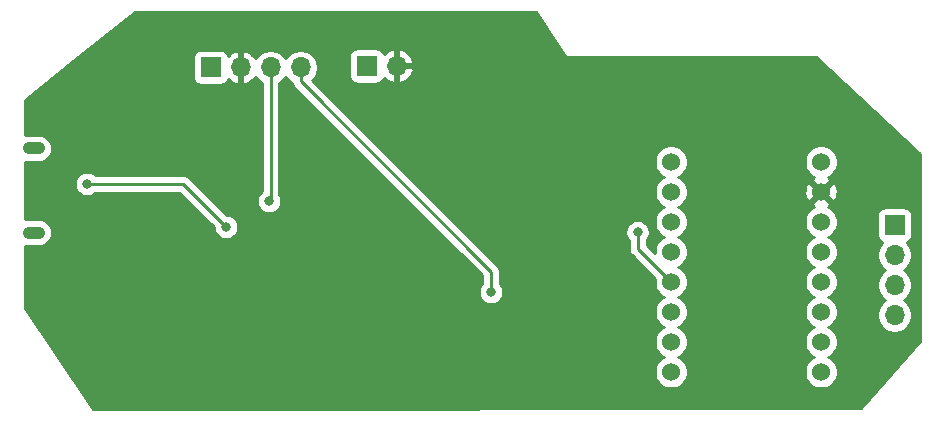
<source format=gbr>
G04 #@! TF.GenerationSoftware,KiCad,Pcbnew,(5.1.5)-3*
G04 #@! TF.CreationDate,2021-01-22T17:28:22+08:00*
G04 #@! TF.ProjectId,Pump_Driver,50756d70-5f44-4726-9976-65722e6b6963,rev?*
G04 #@! TF.SameCoordinates,Original*
G04 #@! TF.FileFunction,Copper,L2,Bot*
G04 #@! TF.FilePolarity,Positive*
%FSLAX46Y46*%
G04 Gerber Fmt 4.6, Leading zero omitted, Abs format (unit mm)*
G04 Created by KiCad (PCBNEW (5.1.5)-3) date 2021-01-22 17:28:22*
%MOMM*%
%LPD*%
G04 APERTURE LIST*
%ADD10O,1.900000X1.050000*%
%ADD11C,1.524000*%
%ADD12R,1.700000X1.700000*%
%ADD13O,1.700000X1.700000*%
%ADD14C,0.800000*%
%ADD15C,0.250000*%
%ADD16C,0.254000*%
G04 APERTURE END LIST*
D10*
X73931000Y-107969000D03*
X73931000Y-100819000D03*
D11*
X127889000Y-101981000D03*
X127889000Y-104521000D03*
X127889000Y-107061000D03*
X127889000Y-109601000D03*
X127889000Y-112141000D03*
X127889000Y-114681000D03*
X127889000Y-117221000D03*
X127889000Y-119761000D03*
X140589000Y-119761000D03*
X140589000Y-117221000D03*
X140589000Y-114681000D03*
X140589000Y-112141000D03*
X140589000Y-109601000D03*
X140589000Y-107061000D03*
X140589000Y-104521000D03*
X140589000Y-101981000D03*
D12*
X102108000Y-93853000D03*
D13*
X104648000Y-93853000D03*
D12*
X146812000Y-107315000D03*
D13*
X146812000Y-109855000D03*
X146812000Y-112395000D03*
X146812000Y-114935000D03*
X96520000Y-93980000D03*
X93980000Y-93980000D03*
X91440000Y-93980000D03*
D12*
X88900000Y-93980000D03*
D14*
X91114500Y-108932300D03*
X94706500Y-119193000D03*
X113662000Y-96714600D03*
X77713400Y-106432200D03*
X78968500Y-111562000D03*
X106209000Y-115573000D03*
X112332500Y-103456500D03*
X142027500Y-97473000D03*
X133938500Y-97473000D03*
X120560500Y-101093000D03*
X118167500Y-109226500D03*
X98323900Y-100383100D03*
X114248000Y-118347500D03*
X92741500Y-110089500D03*
X117602000Y-117729000D03*
X112642100Y-112996600D03*
X78442500Y-103836400D03*
X90228300Y-107477700D03*
X125064400Y-107921300D03*
X93861600Y-105288600D03*
D15*
X96520000Y-93980000D02*
X96520000Y-95155300D01*
X96520000Y-95155300D02*
X112642100Y-111277400D01*
X112642100Y-111277400D02*
X112642100Y-112996600D01*
X90228300Y-107477700D02*
X86587000Y-103836400D01*
X86587000Y-103836400D02*
X78442500Y-103836400D01*
X125064400Y-107921300D02*
X125064400Y-109316400D01*
X125064400Y-109316400D02*
X127889000Y-112141000D01*
X93980000Y-95155300D02*
X93980000Y-105288600D01*
X93980000Y-105288600D02*
X93861600Y-105288600D01*
X93980000Y-93980000D02*
X93980000Y-95155300D01*
D16*
G36*
X118892282Y-93032850D02*
G01*
X118907765Y-93052347D01*
X118926754Y-93068448D01*
X118948519Y-93080536D01*
X118972224Y-93088145D01*
X118999000Y-93091000D01*
X140158128Y-93091000D01*
X148971000Y-101274381D01*
X148971000Y-117172715D01*
X143960870Y-122809111D01*
X78934879Y-122935867D01*
X73230000Y-114378548D01*
X73230000Y-109097472D01*
X73278600Y-109112215D01*
X73449021Y-109129000D01*
X74412979Y-109129000D01*
X74583400Y-109112215D01*
X74802060Y-109045885D01*
X75003579Y-108938171D01*
X75180212Y-108793212D01*
X75325171Y-108616579D01*
X75432885Y-108415060D01*
X75499215Y-108196400D01*
X75521612Y-107969000D01*
X75499215Y-107741600D01*
X75432885Y-107522940D01*
X75325171Y-107321421D01*
X75180212Y-107144788D01*
X75003579Y-106999829D01*
X74802060Y-106892115D01*
X74583400Y-106825785D01*
X74412979Y-106809000D01*
X73449021Y-106809000D01*
X73278600Y-106825785D01*
X73230000Y-106840528D01*
X73230000Y-103734461D01*
X77407500Y-103734461D01*
X77407500Y-103938339D01*
X77447274Y-104138298D01*
X77525295Y-104326656D01*
X77638563Y-104496174D01*
X77782726Y-104640337D01*
X77952244Y-104753605D01*
X78140602Y-104831626D01*
X78340561Y-104871400D01*
X78544439Y-104871400D01*
X78744398Y-104831626D01*
X78932756Y-104753605D01*
X79102274Y-104640337D01*
X79146211Y-104596400D01*
X86272199Y-104596400D01*
X89193300Y-107517502D01*
X89193300Y-107579639D01*
X89233074Y-107779598D01*
X89311095Y-107967956D01*
X89424363Y-108137474D01*
X89568526Y-108281637D01*
X89738044Y-108394905D01*
X89926402Y-108472926D01*
X90126361Y-108512700D01*
X90330239Y-108512700D01*
X90530198Y-108472926D01*
X90718556Y-108394905D01*
X90888074Y-108281637D01*
X91032237Y-108137474D01*
X91145505Y-107967956D01*
X91223526Y-107779598D01*
X91263300Y-107579639D01*
X91263300Y-107375761D01*
X91223526Y-107175802D01*
X91145505Y-106987444D01*
X91032237Y-106817926D01*
X90888074Y-106673763D01*
X90718556Y-106560495D01*
X90530198Y-106482474D01*
X90330239Y-106442700D01*
X90268102Y-106442700D01*
X87150804Y-103325403D01*
X87127001Y-103296399D01*
X87011276Y-103201426D01*
X86879247Y-103130854D01*
X86735986Y-103087397D01*
X86624333Y-103076400D01*
X86624322Y-103076400D01*
X86587000Y-103072724D01*
X86549678Y-103076400D01*
X79146211Y-103076400D01*
X79102274Y-103032463D01*
X78932756Y-102919195D01*
X78744398Y-102841174D01*
X78544439Y-102801400D01*
X78340561Y-102801400D01*
X78140602Y-102841174D01*
X77952244Y-102919195D01*
X77782726Y-103032463D01*
X77638563Y-103176626D01*
X77525295Y-103346144D01*
X77447274Y-103534502D01*
X77407500Y-103734461D01*
X73230000Y-103734461D01*
X73230000Y-101947472D01*
X73278600Y-101962215D01*
X73449021Y-101979000D01*
X74412979Y-101979000D01*
X74583400Y-101962215D01*
X74802060Y-101895885D01*
X75003579Y-101788171D01*
X75180212Y-101643212D01*
X75325171Y-101466579D01*
X75432885Y-101265060D01*
X75499215Y-101046400D01*
X75521612Y-100819000D01*
X75499215Y-100591600D01*
X75432885Y-100372940D01*
X75325171Y-100171421D01*
X75180212Y-99994788D01*
X75003579Y-99849829D01*
X74802060Y-99742115D01*
X74583400Y-99675785D01*
X74412979Y-99659000D01*
X73449021Y-99659000D01*
X73278600Y-99675785D01*
X73230000Y-99690528D01*
X73230000Y-96717944D01*
X77672216Y-93130000D01*
X87411928Y-93130000D01*
X87411928Y-94830000D01*
X87424188Y-94954482D01*
X87460498Y-95074180D01*
X87519463Y-95184494D01*
X87598815Y-95281185D01*
X87695506Y-95360537D01*
X87805820Y-95419502D01*
X87925518Y-95455812D01*
X88050000Y-95468072D01*
X89750000Y-95468072D01*
X89874482Y-95455812D01*
X89994180Y-95419502D01*
X90104494Y-95360537D01*
X90201185Y-95281185D01*
X90280537Y-95184494D01*
X90339502Y-95074180D01*
X90363966Y-94993534D01*
X90439731Y-95077588D01*
X90673080Y-95251641D01*
X90935901Y-95376825D01*
X91083110Y-95421476D01*
X91313000Y-95300155D01*
X91313000Y-94107000D01*
X91293000Y-94107000D01*
X91293000Y-93853000D01*
X91313000Y-93853000D01*
X91313000Y-92659845D01*
X91567000Y-92659845D01*
X91567000Y-93853000D01*
X91587000Y-93853000D01*
X91587000Y-94107000D01*
X91567000Y-94107000D01*
X91567000Y-95300155D01*
X91796890Y-95421476D01*
X91944099Y-95376825D01*
X92206920Y-95251641D01*
X92440269Y-95077588D01*
X92635178Y-94861355D01*
X92704805Y-94744466D01*
X92826525Y-94926632D01*
X93033368Y-95133475D01*
X93220000Y-95258178D01*
X93220001Y-104472519D01*
X93201826Y-104484663D01*
X93057663Y-104628826D01*
X92944395Y-104798344D01*
X92866374Y-104986702D01*
X92826600Y-105186661D01*
X92826600Y-105390539D01*
X92866374Y-105590498D01*
X92944395Y-105778856D01*
X93057663Y-105948374D01*
X93201826Y-106092537D01*
X93371344Y-106205805D01*
X93559702Y-106283826D01*
X93759661Y-106323600D01*
X93963539Y-106323600D01*
X94163498Y-106283826D01*
X94351856Y-106205805D01*
X94521374Y-106092537D01*
X94665537Y-105948374D01*
X94778805Y-105778856D01*
X94856826Y-105590498D01*
X94896600Y-105390539D01*
X94896600Y-105186661D01*
X94856826Y-104986702D01*
X94778805Y-104798344D01*
X94740000Y-104740268D01*
X94740000Y-95258178D01*
X94926632Y-95133475D01*
X95133475Y-94926632D01*
X95250000Y-94752240D01*
X95366525Y-94926632D01*
X95573368Y-95133475D01*
X95766912Y-95262797D01*
X95770998Y-95304285D01*
X95814454Y-95447546D01*
X95885026Y-95579576D01*
X95956201Y-95666302D01*
X95980000Y-95695301D01*
X96008998Y-95719099D01*
X111882100Y-111592203D01*
X111882101Y-112292888D01*
X111838163Y-112336826D01*
X111724895Y-112506344D01*
X111646874Y-112694702D01*
X111607100Y-112894661D01*
X111607100Y-113098539D01*
X111646874Y-113298498D01*
X111724895Y-113486856D01*
X111838163Y-113656374D01*
X111982326Y-113800537D01*
X112151844Y-113913805D01*
X112340202Y-113991826D01*
X112540161Y-114031600D01*
X112744039Y-114031600D01*
X112943998Y-113991826D01*
X113132356Y-113913805D01*
X113301874Y-113800537D01*
X113446037Y-113656374D01*
X113559305Y-113486856D01*
X113637326Y-113298498D01*
X113677100Y-113098539D01*
X113677100Y-112894661D01*
X113637326Y-112694702D01*
X113559305Y-112506344D01*
X113446037Y-112336826D01*
X113402100Y-112292889D01*
X113402100Y-111314722D01*
X113405776Y-111277399D01*
X113402100Y-111240076D01*
X113402100Y-111240067D01*
X113391103Y-111128414D01*
X113347646Y-110985153D01*
X113277074Y-110853124D01*
X113234816Y-110801632D01*
X113205899Y-110766396D01*
X113205895Y-110766392D01*
X113182101Y-110737399D01*
X113153110Y-110713607D01*
X110258864Y-107819361D01*
X124029400Y-107819361D01*
X124029400Y-108023239D01*
X124069174Y-108223198D01*
X124147195Y-108411556D01*
X124260463Y-108581074D01*
X124304401Y-108625012D01*
X124304401Y-109279068D01*
X124300724Y-109316400D01*
X124315398Y-109465385D01*
X124358854Y-109608646D01*
X124429426Y-109740676D01*
X124500601Y-109827402D01*
X124524400Y-109856401D01*
X124553398Y-109880199D01*
X126522628Y-111849430D01*
X126492000Y-112003408D01*
X126492000Y-112278592D01*
X126545686Y-112548490D01*
X126650995Y-112802727D01*
X126803880Y-113031535D01*
X126998465Y-113226120D01*
X127227273Y-113379005D01*
X127304515Y-113411000D01*
X127227273Y-113442995D01*
X126998465Y-113595880D01*
X126803880Y-113790465D01*
X126650995Y-114019273D01*
X126545686Y-114273510D01*
X126492000Y-114543408D01*
X126492000Y-114818592D01*
X126545686Y-115088490D01*
X126650995Y-115342727D01*
X126803880Y-115571535D01*
X126998465Y-115766120D01*
X127227273Y-115919005D01*
X127304515Y-115951000D01*
X127227273Y-115982995D01*
X126998465Y-116135880D01*
X126803880Y-116330465D01*
X126650995Y-116559273D01*
X126545686Y-116813510D01*
X126492000Y-117083408D01*
X126492000Y-117358592D01*
X126545686Y-117628490D01*
X126650995Y-117882727D01*
X126803880Y-118111535D01*
X126998465Y-118306120D01*
X127227273Y-118459005D01*
X127304515Y-118491000D01*
X127227273Y-118522995D01*
X126998465Y-118675880D01*
X126803880Y-118870465D01*
X126650995Y-119099273D01*
X126545686Y-119353510D01*
X126492000Y-119623408D01*
X126492000Y-119898592D01*
X126545686Y-120168490D01*
X126650995Y-120422727D01*
X126803880Y-120651535D01*
X126998465Y-120846120D01*
X127227273Y-120999005D01*
X127481510Y-121104314D01*
X127751408Y-121158000D01*
X128026592Y-121158000D01*
X128296490Y-121104314D01*
X128550727Y-120999005D01*
X128779535Y-120846120D01*
X128974120Y-120651535D01*
X129127005Y-120422727D01*
X129232314Y-120168490D01*
X129286000Y-119898592D01*
X129286000Y-119623408D01*
X129232314Y-119353510D01*
X129127005Y-119099273D01*
X128974120Y-118870465D01*
X128779535Y-118675880D01*
X128550727Y-118522995D01*
X128473485Y-118491000D01*
X128550727Y-118459005D01*
X128779535Y-118306120D01*
X128974120Y-118111535D01*
X129127005Y-117882727D01*
X129232314Y-117628490D01*
X129286000Y-117358592D01*
X129286000Y-117083408D01*
X129232314Y-116813510D01*
X129127005Y-116559273D01*
X128974120Y-116330465D01*
X128779535Y-116135880D01*
X128550727Y-115982995D01*
X128473485Y-115951000D01*
X128550727Y-115919005D01*
X128779535Y-115766120D01*
X128974120Y-115571535D01*
X129127005Y-115342727D01*
X129232314Y-115088490D01*
X129286000Y-114818592D01*
X129286000Y-114543408D01*
X129232314Y-114273510D01*
X129127005Y-114019273D01*
X128974120Y-113790465D01*
X128779535Y-113595880D01*
X128550727Y-113442995D01*
X128473485Y-113411000D01*
X128550727Y-113379005D01*
X128779535Y-113226120D01*
X128974120Y-113031535D01*
X129127005Y-112802727D01*
X129232314Y-112548490D01*
X129286000Y-112278592D01*
X129286000Y-112003408D01*
X129232314Y-111733510D01*
X129127005Y-111479273D01*
X128974120Y-111250465D01*
X128779535Y-111055880D01*
X128550727Y-110902995D01*
X128473485Y-110871000D01*
X128550727Y-110839005D01*
X128779535Y-110686120D01*
X128974120Y-110491535D01*
X129127005Y-110262727D01*
X129232314Y-110008490D01*
X129286000Y-109738592D01*
X129286000Y-109463408D01*
X129232314Y-109193510D01*
X129127005Y-108939273D01*
X128974120Y-108710465D01*
X128779535Y-108515880D01*
X128550727Y-108362995D01*
X128473485Y-108331000D01*
X128550727Y-108299005D01*
X128779535Y-108146120D01*
X128974120Y-107951535D01*
X129127005Y-107722727D01*
X129232314Y-107468490D01*
X129286000Y-107198592D01*
X129286000Y-106923408D01*
X139192000Y-106923408D01*
X139192000Y-107198592D01*
X139245686Y-107468490D01*
X139350995Y-107722727D01*
X139503880Y-107951535D01*
X139698465Y-108146120D01*
X139927273Y-108299005D01*
X140004515Y-108331000D01*
X139927273Y-108362995D01*
X139698465Y-108515880D01*
X139503880Y-108710465D01*
X139350995Y-108939273D01*
X139245686Y-109193510D01*
X139192000Y-109463408D01*
X139192000Y-109738592D01*
X139245686Y-110008490D01*
X139350995Y-110262727D01*
X139503880Y-110491535D01*
X139698465Y-110686120D01*
X139927273Y-110839005D01*
X140004515Y-110871000D01*
X139927273Y-110902995D01*
X139698465Y-111055880D01*
X139503880Y-111250465D01*
X139350995Y-111479273D01*
X139245686Y-111733510D01*
X139192000Y-112003408D01*
X139192000Y-112278592D01*
X139245686Y-112548490D01*
X139350995Y-112802727D01*
X139503880Y-113031535D01*
X139698465Y-113226120D01*
X139927273Y-113379005D01*
X140004515Y-113411000D01*
X139927273Y-113442995D01*
X139698465Y-113595880D01*
X139503880Y-113790465D01*
X139350995Y-114019273D01*
X139245686Y-114273510D01*
X139192000Y-114543408D01*
X139192000Y-114818592D01*
X139245686Y-115088490D01*
X139350995Y-115342727D01*
X139503880Y-115571535D01*
X139698465Y-115766120D01*
X139927273Y-115919005D01*
X140004515Y-115951000D01*
X139927273Y-115982995D01*
X139698465Y-116135880D01*
X139503880Y-116330465D01*
X139350995Y-116559273D01*
X139245686Y-116813510D01*
X139192000Y-117083408D01*
X139192000Y-117358592D01*
X139245686Y-117628490D01*
X139350995Y-117882727D01*
X139503880Y-118111535D01*
X139698465Y-118306120D01*
X139927273Y-118459005D01*
X140004515Y-118491000D01*
X139927273Y-118522995D01*
X139698465Y-118675880D01*
X139503880Y-118870465D01*
X139350995Y-119099273D01*
X139245686Y-119353510D01*
X139192000Y-119623408D01*
X139192000Y-119898592D01*
X139245686Y-120168490D01*
X139350995Y-120422727D01*
X139503880Y-120651535D01*
X139698465Y-120846120D01*
X139927273Y-120999005D01*
X140181510Y-121104314D01*
X140451408Y-121158000D01*
X140726592Y-121158000D01*
X140996490Y-121104314D01*
X141250727Y-120999005D01*
X141479535Y-120846120D01*
X141674120Y-120651535D01*
X141827005Y-120422727D01*
X141932314Y-120168490D01*
X141986000Y-119898592D01*
X141986000Y-119623408D01*
X141932314Y-119353510D01*
X141827005Y-119099273D01*
X141674120Y-118870465D01*
X141479535Y-118675880D01*
X141250727Y-118522995D01*
X141173485Y-118491000D01*
X141250727Y-118459005D01*
X141479535Y-118306120D01*
X141674120Y-118111535D01*
X141827005Y-117882727D01*
X141932314Y-117628490D01*
X141986000Y-117358592D01*
X141986000Y-117083408D01*
X141932314Y-116813510D01*
X141827005Y-116559273D01*
X141674120Y-116330465D01*
X141479535Y-116135880D01*
X141250727Y-115982995D01*
X141173485Y-115951000D01*
X141250727Y-115919005D01*
X141479535Y-115766120D01*
X141674120Y-115571535D01*
X141827005Y-115342727D01*
X141932314Y-115088490D01*
X141986000Y-114818592D01*
X141986000Y-114543408D01*
X141932314Y-114273510D01*
X141827005Y-114019273D01*
X141674120Y-113790465D01*
X141479535Y-113595880D01*
X141250727Y-113442995D01*
X141173485Y-113411000D01*
X141250727Y-113379005D01*
X141479535Y-113226120D01*
X141674120Y-113031535D01*
X141827005Y-112802727D01*
X141932314Y-112548490D01*
X141986000Y-112278592D01*
X141986000Y-112003408D01*
X141932314Y-111733510D01*
X141827005Y-111479273D01*
X141674120Y-111250465D01*
X141479535Y-111055880D01*
X141250727Y-110902995D01*
X141173485Y-110871000D01*
X141250727Y-110839005D01*
X141479535Y-110686120D01*
X141674120Y-110491535D01*
X141827005Y-110262727D01*
X141932314Y-110008490D01*
X141986000Y-109738592D01*
X141986000Y-109463408D01*
X141932314Y-109193510D01*
X141827005Y-108939273D01*
X141674120Y-108710465D01*
X141479535Y-108515880D01*
X141250727Y-108362995D01*
X141173485Y-108331000D01*
X141250727Y-108299005D01*
X141479535Y-108146120D01*
X141674120Y-107951535D01*
X141827005Y-107722727D01*
X141932314Y-107468490D01*
X141986000Y-107198592D01*
X141986000Y-106923408D01*
X141932314Y-106653510D01*
X141854231Y-106465000D01*
X145323928Y-106465000D01*
X145323928Y-108165000D01*
X145336188Y-108289482D01*
X145372498Y-108409180D01*
X145431463Y-108519494D01*
X145510815Y-108616185D01*
X145607506Y-108695537D01*
X145717820Y-108754502D01*
X145790380Y-108776513D01*
X145658525Y-108908368D01*
X145496010Y-109151589D01*
X145384068Y-109421842D01*
X145327000Y-109708740D01*
X145327000Y-110001260D01*
X145384068Y-110288158D01*
X145496010Y-110558411D01*
X145658525Y-110801632D01*
X145865368Y-111008475D01*
X146039760Y-111125000D01*
X145865368Y-111241525D01*
X145658525Y-111448368D01*
X145496010Y-111691589D01*
X145384068Y-111961842D01*
X145327000Y-112248740D01*
X145327000Y-112541260D01*
X145384068Y-112828158D01*
X145496010Y-113098411D01*
X145658525Y-113341632D01*
X145865368Y-113548475D01*
X146039760Y-113665000D01*
X145865368Y-113781525D01*
X145658525Y-113988368D01*
X145496010Y-114231589D01*
X145384068Y-114501842D01*
X145327000Y-114788740D01*
X145327000Y-115081260D01*
X145384068Y-115368158D01*
X145496010Y-115638411D01*
X145658525Y-115881632D01*
X145865368Y-116088475D01*
X146108589Y-116250990D01*
X146378842Y-116362932D01*
X146665740Y-116420000D01*
X146958260Y-116420000D01*
X147245158Y-116362932D01*
X147515411Y-116250990D01*
X147758632Y-116088475D01*
X147965475Y-115881632D01*
X148127990Y-115638411D01*
X148239932Y-115368158D01*
X148297000Y-115081260D01*
X148297000Y-114788740D01*
X148239932Y-114501842D01*
X148127990Y-114231589D01*
X147965475Y-113988368D01*
X147758632Y-113781525D01*
X147584240Y-113665000D01*
X147758632Y-113548475D01*
X147965475Y-113341632D01*
X148127990Y-113098411D01*
X148239932Y-112828158D01*
X148297000Y-112541260D01*
X148297000Y-112248740D01*
X148239932Y-111961842D01*
X148127990Y-111691589D01*
X147965475Y-111448368D01*
X147758632Y-111241525D01*
X147584240Y-111125000D01*
X147758632Y-111008475D01*
X147965475Y-110801632D01*
X148127990Y-110558411D01*
X148239932Y-110288158D01*
X148297000Y-110001260D01*
X148297000Y-109708740D01*
X148239932Y-109421842D01*
X148127990Y-109151589D01*
X147965475Y-108908368D01*
X147833620Y-108776513D01*
X147906180Y-108754502D01*
X148016494Y-108695537D01*
X148113185Y-108616185D01*
X148192537Y-108519494D01*
X148251502Y-108409180D01*
X148287812Y-108289482D01*
X148300072Y-108165000D01*
X148300072Y-106465000D01*
X148287812Y-106340518D01*
X148251502Y-106220820D01*
X148192537Y-106110506D01*
X148113185Y-106013815D01*
X148016494Y-105934463D01*
X147906180Y-105875498D01*
X147786482Y-105839188D01*
X147662000Y-105826928D01*
X145962000Y-105826928D01*
X145837518Y-105839188D01*
X145717820Y-105875498D01*
X145607506Y-105934463D01*
X145510815Y-106013815D01*
X145431463Y-106110506D01*
X145372498Y-106220820D01*
X145336188Y-106340518D01*
X145323928Y-106465000D01*
X141854231Y-106465000D01*
X141827005Y-106399273D01*
X141674120Y-106170465D01*
X141479535Y-105975880D01*
X141250727Y-105822995D01*
X141179057Y-105793308D01*
X141192023Y-105788636D01*
X141307980Y-105726656D01*
X141374960Y-105486565D01*
X140589000Y-104700605D01*
X139803040Y-105486565D01*
X139870020Y-105726656D01*
X140005760Y-105790485D01*
X139927273Y-105822995D01*
X139698465Y-105975880D01*
X139503880Y-106170465D01*
X139350995Y-106399273D01*
X139245686Y-106653510D01*
X139192000Y-106923408D01*
X129286000Y-106923408D01*
X129232314Y-106653510D01*
X129127005Y-106399273D01*
X128974120Y-106170465D01*
X128779535Y-105975880D01*
X128550727Y-105822995D01*
X128473485Y-105791000D01*
X128550727Y-105759005D01*
X128779535Y-105606120D01*
X128974120Y-105411535D01*
X129127005Y-105182727D01*
X129232314Y-104928490D01*
X129286000Y-104658592D01*
X129286000Y-104593017D01*
X139187090Y-104593017D01*
X139228078Y-104865133D01*
X139321364Y-105124023D01*
X139383344Y-105239980D01*
X139623435Y-105306960D01*
X140409395Y-104521000D01*
X140768605Y-104521000D01*
X141554565Y-105306960D01*
X141794656Y-105239980D01*
X141911756Y-104990952D01*
X141978023Y-104723865D01*
X141990910Y-104448983D01*
X141949922Y-104176867D01*
X141856636Y-103917977D01*
X141794656Y-103802020D01*
X141554565Y-103735040D01*
X140768605Y-104521000D01*
X140409395Y-104521000D01*
X139623435Y-103735040D01*
X139383344Y-103802020D01*
X139266244Y-104051048D01*
X139199977Y-104318135D01*
X139187090Y-104593017D01*
X129286000Y-104593017D01*
X129286000Y-104383408D01*
X129232314Y-104113510D01*
X129127005Y-103859273D01*
X128974120Y-103630465D01*
X128779535Y-103435880D01*
X128550727Y-103282995D01*
X128473485Y-103251000D01*
X128550727Y-103219005D01*
X128779535Y-103066120D01*
X128974120Y-102871535D01*
X129127005Y-102642727D01*
X129232314Y-102388490D01*
X129286000Y-102118592D01*
X129286000Y-101843408D01*
X139192000Y-101843408D01*
X139192000Y-102118592D01*
X139245686Y-102388490D01*
X139350995Y-102642727D01*
X139503880Y-102871535D01*
X139698465Y-103066120D01*
X139927273Y-103219005D01*
X139998943Y-103248692D01*
X139985977Y-103253364D01*
X139870020Y-103315344D01*
X139803040Y-103555435D01*
X140589000Y-104341395D01*
X141374960Y-103555435D01*
X141307980Y-103315344D01*
X141172240Y-103251515D01*
X141250727Y-103219005D01*
X141479535Y-103066120D01*
X141674120Y-102871535D01*
X141827005Y-102642727D01*
X141932314Y-102388490D01*
X141986000Y-102118592D01*
X141986000Y-101843408D01*
X141932314Y-101573510D01*
X141827005Y-101319273D01*
X141674120Y-101090465D01*
X141479535Y-100895880D01*
X141250727Y-100742995D01*
X140996490Y-100637686D01*
X140726592Y-100584000D01*
X140451408Y-100584000D01*
X140181510Y-100637686D01*
X139927273Y-100742995D01*
X139698465Y-100895880D01*
X139503880Y-101090465D01*
X139350995Y-101319273D01*
X139245686Y-101573510D01*
X139192000Y-101843408D01*
X129286000Y-101843408D01*
X129232314Y-101573510D01*
X129127005Y-101319273D01*
X128974120Y-101090465D01*
X128779535Y-100895880D01*
X128550727Y-100742995D01*
X128296490Y-100637686D01*
X128026592Y-100584000D01*
X127751408Y-100584000D01*
X127481510Y-100637686D01*
X127227273Y-100742995D01*
X126998465Y-100895880D01*
X126803880Y-101090465D01*
X126650995Y-101319273D01*
X126545686Y-101573510D01*
X126492000Y-101843408D01*
X126492000Y-102118592D01*
X126545686Y-102388490D01*
X126650995Y-102642727D01*
X126803880Y-102871535D01*
X126998465Y-103066120D01*
X127227273Y-103219005D01*
X127304515Y-103251000D01*
X127227273Y-103282995D01*
X126998465Y-103435880D01*
X126803880Y-103630465D01*
X126650995Y-103859273D01*
X126545686Y-104113510D01*
X126492000Y-104383408D01*
X126492000Y-104658592D01*
X126545686Y-104928490D01*
X126650995Y-105182727D01*
X126803880Y-105411535D01*
X126998465Y-105606120D01*
X127227273Y-105759005D01*
X127304515Y-105791000D01*
X127227273Y-105822995D01*
X126998465Y-105975880D01*
X126803880Y-106170465D01*
X126650995Y-106399273D01*
X126545686Y-106653510D01*
X126492000Y-106923408D01*
X126492000Y-107198592D01*
X126545686Y-107468490D01*
X126650995Y-107722727D01*
X126803880Y-107951535D01*
X126998465Y-108146120D01*
X127227273Y-108299005D01*
X127304515Y-108331000D01*
X127227273Y-108362995D01*
X126998465Y-108515880D01*
X126803880Y-108710465D01*
X126650995Y-108939273D01*
X126545686Y-109193510D01*
X126492000Y-109463408D01*
X126492000Y-109669199D01*
X125824400Y-109001599D01*
X125824400Y-108625011D01*
X125868337Y-108581074D01*
X125981605Y-108411556D01*
X126059626Y-108223198D01*
X126099400Y-108023239D01*
X126099400Y-107819361D01*
X126059626Y-107619402D01*
X125981605Y-107431044D01*
X125868337Y-107261526D01*
X125724174Y-107117363D01*
X125554656Y-107004095D01*
X125366298Y-106926074D01*
X125166339Y-106886300D01*
X124962461Y-106886300D01*
X124762502Y-106926074D01*
X124574144Y-107004095D01*
X124404626Y-107117363D01*
X124260463Y-107261526D01*
X124147195Y-107431044D01*
X124069174Y-107619402D01*
X124029400Y-107819361D01*
X110258864Y-107819361D01*
X97519804Y-95080303D01*
X97673475Y-94926632D01*
X97835990Y-94683411D01*
X97947932Y-94413158D01*
X98005000Y-94126260D01*
X98005000Y-93833740D01*
X97947932Y-93546842D01*
X97835990Y-93276589D01*
X97673475Y-93033368D01*
X97643107Y-93003000D01*
X100619928Y-93003000D01*
X100619928Y-94703000D01*
X100632188Y-94827482D01*
X100668498Y-94947180D01*
X100727463Y-95057494D01*
X100806815Y-95154185D01*
X100903506Y-95233537D01*
X101013820Y-95292502D01*
X101133518Y-95328812D01*
X101258000Y-95341072D01*
X102958000Y-95341072D01*
X103082482Y-95328812D01*
X103202180Y-95292502D01*
X103312494Y-95233537D01*
X103409185Y-95154185D01*
X103488537Y-95057494D01*
X103547502Y-94947180D01*
X103571966Y-94866534D01*
X103647731Y-94950588D01*
X103881080Y-95124641D01*
X104143901Y-95249825D01*
X104291110Y-95294476D01*
X104521000Y-95173155D01*
X104521000Y-93980000D01*
X104775000Y-93980000D01*
X104775000Y-95173155D01*
X105004890Y-95294476D01*
X105152099Y-95249825D01*
X105414920Y-95124641D01*
X105648269Y-94950588D01*
X105843178Y-94734355D01*
X105992157Y-94484252D01*
X106089481Y-94209891D01*
X105968814Y-93980000D01*
X104775000Y-93980000D01*
X104521000Y-93980000D01*
X104501000Y-93980000D01*
X104501000Y-93726000D01*
X104521000Y-93726000D01*
X104521000Y-92532845D01*
X104775000Y-92532845D01*
X104775000Y-93726000D01*
X105968814Y-93726000D01*
X106089481Y-93496109D01*
X105992157Y-93221748D01*
X105843178Y-92971645D01*
X105648269Y-92755412D01*
X105414920Y-92581359D01*
X105152099Y-92456175D01*
X105004890Y-92411524D01*
X104775000Y-92532845D01*
X104521000Y-92532845D01*
X104291110Y-92411524D01*
X104143901Y-92456175D01*
X103881080Y-92581359D01*
X103647731Y-92755412D01*
X103571966Y-92839466D01*
X103547502Y-92758820D01*
X103488537Y-92648506D01*
X103409185Y-92551815D01*
X103312494Y-92472463D01*
X103202180Y-92413498D01*
X103082482Y-92377188D01*
X102958000Y-92364928D01*
X101258000Y-92364928D01*
X101133518Y-92377188D01*
X101013820Y-92413498D01*
X100903506Y-92472463D01*
X100806815Y-92551815D01*
X100727463Y-92648506D01*
X100668498Y-92758820D01*
X100632188Y-92878518D01*
X100619928Y-93003000D01*
X97643107Y-93003000D01*
X97466632Y-92826525D01*
X97223411Y-92664010D01*
X96953158Y-92552068D01*
X96666260Y-92495000D01*
X96373740Y-92495000D01*
X96086842Y-92552068D01*
X95816589Y-92664010D01*
X95573368Y-92826525D01*
X95366525Y-93033368D01*
X95250000Y-93207760D01*
X95133475Y-93033368D01*
X94926632Y-92826525D01*
X94683411Y-92664010D01*
X94413158Y-92552068D01*
X94126260Y-92495000D01*
X93833740Y-92495000D01*
X93546842Y-92552068D01*
X93276589Y-92664010D01*
X93033368Y-92826525D01*
X92826525Y-93033368D01*
X92704805Y-93215534D01*
X92635178Y-93098645D01*
X92440269Y-92882412D01*
X92206920Y-92708359D01*
X91944099Y-92583175D01*
X91796890Y-92538524D01*
X91567000Y-92659845D01*
X91313000Y-92659845D01*
X91083110Y-92538524D01*
X90935901Y-92583175D01*
X90673080Y-92708359D01*
X90439731Y-92882412D01*
X90363966Y-92966466D01*
X90339502Y-92885820D01*
X90280537Y-92775506D01*
X90201185Y-92678815D01*
X90104494Y-92599463D01*
X89994180Y-92540498D01*
X89874482Y-92504188D01*
X89750000Y-92491928D01*
X88050000Y-92491928D01*
X87925518Y-92504188D01*
X87805820Y-92540498D01*
X87695506Y-92599463D01*
X87598815Y-92678815D01*
X87519463Y-92775506D01*
X87460498Y-92885820D01*
X87424188Y-93005518D01*
X87411928Y-93130000D01*
X77672216Y-93130000D01*
X82466121Y-89258000D01*
X116456895Y-89258000D01*
X118892282Y-93032850D01*
G37*
X118892282Y-93032850D02*
X118907765Y-93052347D01*
X118926754Y-93068448D01*
X118948519Y-93080536D01*
X118972224Y-93088145D01*
X118999000Y-93091000D01*
X140158128Y-93091000D01*
X148971000Y-101274381D01*
X148971000Y-117172715D01*
X143960870Y-122809111D01*
X78934879Y-122935867D01*
X73230000Y-114378548D01*
X73230000Y-109097472D01*
X73278600Y-109112215D01*
X73449021Y-109129000D01*
X74412979Y-109129000D01*
X74583400Y-109112215D01*
X74802060Y-109045885D01*
X75003579Y-108938171D01*
X75180212Y-108793212D01*
X75325171Y-108616579D01*
X75432885Y-108415060D01*
X75499215Y-108196400D01*
X75521612Y-107969000D01*
X75499215Y-107741600D01*
X75432885Y-107522940D01*
X75325171Y-107321421D01*
X75180212Y-107144788D01*
X75003579Y-106999829D01*
X74802060Y-106892115D01*
X74583400Y-106825785D01*
X74412979Y-106809000D01*
X73449021Y-106809000D01*
X73278600Y-106825785D01*
X73230000Y-106840528D01*
X73230000Y-103734461D01*
X77407500Y-103734461D01*
X77407500Y-103938339D01*
X77447274Y-104138298D01*
X77525295Y-104326656D01*
X77638563Y-104496174D01*
X77782726Y-104640337D01*
X77952244Y-104753605D01*
X78140602Y-104831626D01*
X78340561Y-104871400D01*
X78544439Y-104871400D01*
X78744398Y-104831626D01*
X78932756Y-104753605D01*
X79102274Y-104640337D01*
X79146211Y-104596400D01*
X86272199Y-104596400D01*
X89193300Y-107517502D01*
X89193300Y-107579639D01*
X89233074Y-107779598D01*
X89311095Y-107967956D01*
X89424363Y-108137474D01*
X89568526Y-108281637D01*
X89738044Y-108394905D01*
X89926402Y-108472926D01*
X90126361Y-108512700D01*
X90330239Y-108512700D01*
X90530198Y-108472926D01*
X90718556Y-108394905D01*
X90888074Y-108281637D01*
X91032237Y-108137474D01*
X91145505Y-107967956D01*
X91223526Y-107779598D01*
X91263300Y-107579639D01*
X91263300Y-107375761D01*
X91223526Y-107175802D01*
X91145505Y-106987444D01*
X91032237Y-106817926D01*
X90888074Y-106673763D01*
X90718556Y-106560495D01*
X90530198Y-106482474D01*
X90330239Y-106442700D01*
X90268102Y-106442700D01*
X87150804Y-103325403D01*
X87127001Y-103296399D01*
X87011276Y-103201426D01*
X86879247Y-103130854D01*
X86735986Y-103087397D01*
X86624333Y-103076400D01*
X86624322Y-103076400D01*
X86587000Y-103072724D01*
X86549678Y-103076400D01*
X79146211Y-103076400D01*
X79102274Y-103032463D01*
X78932756Y-102919195D01*
X78744398Y-102841174D01*
X78544439Y-102801400D01*
X78340561Y-102801400D01*
X78140602Y-102841174D01*
X77952244Y-102919195D01*
X77782726Y-103032463D01*
X77638563Y-103176626D01*
X77525295Y-103346144D01*
X77447274Y-103534502D01*
X77407500Y-103734461D01*
X73230000Y-103734461D01*
X73230000Y-101947472D01*
X73278600Y-101962215D01*
X73449021Y-101979000D01*
X74412979Y-101979000D01*
X74583400Y-101962215D01*
X74802060Y-101895885D01*
X75003579Y-101788171D01*
X75180212Y-101643212D01*
X75325171Y-101466579D01*
X75432885Y-101265060D01*
X75499215Y-101046400D01*
X75521612Y-100819000D01*
X75499215Y-100591600D01*
X75432885Y-100372940D01*
X75325171Y-100171421D01*
X75180212Y-99994788D01*
X75003579Y-99849829D01*
X74802060Y-99742115D01*
X74583400Y-99675785D01*
X74412979Y-99659000D01*
X73449021Y-99659000D01*
X73278600Y-99675785D01*
X73230000Y-99690528D01*
X73230000Y-96717944D01*
X77672216Y-93130000D01*
X87411928Y-93130000D01*
X87411928Y-94830000D01*
X87424188Y-94954482D01*
X87460498Y-95074180D01*
X87519463Y-95184494D01*
X87598815Y-95281185D01*
X87695506Y-95360537D01*
X87805820Y-95419502D01*
X87925518Y-95455812D01*
X88050000Y-95468072D01*
X89750000Y-95468072D01*
X89874482Y-95455812D01*
X89994180Y-95419502D01*
X90104494Y-95360537D01*
X90201185Y-95281185D01*
X90280537Y-95184494D01*
X90339502Y-95074180D01*
X90363966Y-94993534D01*
X90439731Y-95077588D01*
X90673080Y-95251641D01*
X90935901Y-95376825D01*
X91083110Y-95421476D01*
X91313000Y-95300155D01*
X91313000Y-94107000D01*
X91293000Y-94107000D01*
X91293000Y-93853000D01*
X91313000Y-93853000D01*
X91313000Y-92659845D01*
X91567000Y-92659845D01*
X91567000Y-93853000D01*
X91587000Y-93853000D01*
X91587000Y-94107000D01*
X91567000Y-94107000D01*
X91567000Y-95300155D01*
X91796890Y-95421476D01*
X91944099Y-95376825D01*
X92206920Y-95251641D01*
X92440269Y-95077588D01*
X92635178Y-94861355D01*
X92704805Y-94744466D01*
X92826525Y-94926632D01*
X93033368Y-95133475D01*
X93220000Y-95258178D01*
X93220001Y-104472519D01*
X93201826Y-104484663D01*
X93057663Y-104628826D01*
X92944395Y-104798344D01*
X92866374Y-104986702D01*
X92826600Y-105186661D01*
X92826600Y-105390539D01*
X92866374Y-105590498D01*
X92944395Y-105778856D01*
X93057663Y-105948374D01*
X93201826Y-106092537D01*
X93371344Y-106205805D01*
X93559702Y-106283826D01*
X93759661Y-106323600D01*
X93963539Y-106323600D01*
X94163498Y-106283826D01*
X94351856Y-106205805D01*
X94521374Y-106092537D01*
X94665537Y-105948374D01*
X94778805Y-105778856D01*
X94856826Y-105590498D01*
X94896600Y-105390539D01*
X94896600Y-105186661D01*
X94856826Y-104986702D01*
X94778805Y-104798344D01*
X94740000Y-104740268D01*
X94740000Y-95258178D01*
X94926632Y-95133475D01*
X95133475Y-94926632D01*
X95250000Y-94752240D01*
X95366525Y-94926632D01*
X95573368Y-95133475D01*
X95766912Y-95262797D01*
X95770998Y-95304285D01*
X95814454Y-95447546D01*
X95885026Y-95579576D01*
X95956201Y-95666302D01*
X95980000Y-95695301D01*
X96008998Y-95719099D01*
X111882100Y-111592203D01*
X111882101Y-112292888D01*
X111838163Y-112336826D01*
X111724895Y-112506344D01*
X111646874Y-112694702D01*
X111607100Y-112894661D01*
X111607100Y-113098539D01*
X111646874Y-113298498D01*
X111724895Y-113486856D01*
X111838163Y-113656374D01*
X111982326Y-113800537D01*
X112151844Y-113913805D01*
X112340202Y-113991826D01*
X112540161Y-114031600D01*
X112744039Y-114031600D01*
X112943998Y-113991826D01*
X113132356Y-113913805D01*
X113301874Y-113800537D01*
X113446037Y-113656374D01*
X113559305Y-113486856D01*
X113637326Y-113298498D01*
X113677100Y-113098539D01*
X113677100Y-112894661D01*
X113637326Y-112694702D01*
X113559305Y-112506344D01*
X113446037Y-112336826D01*
X113402100Y-112292889D01*
X113402100Y-111314722D01*
X113405776Y-111277399D01*
X113402100Y-111240076D01*
X113402100Y-111240067D01*
X113391103Y-111128414D01*
X113347646Y-110985153D01*
X113277074Y-110853124D01*
X113234816Y-110801632D01*
X113205899Y-110766396D01*
X113205895Y-110766392D01*
X113182101Y-110737399D01*
X113153110Y-110713607D01*
X110258864Y-107819361D01*
X124029400Y-107819361D01*
X124029400Y-108023239D01*
X124069174Y-108223198D01*
X124147195Y-108411556D01*
X124260463Y-108581074D01*
X124304401Y-108625012D01*
X124304401Y-109279068D01*
X124300724Y-109316400D01*
X124315398Y-109465385D01*
X124358854Y-109608646D01*
X124429426Y-109740676D01*
X124500601Y-109827402D01*
X124524400Y-109856401D01*
X124553398Y-109880199D01*
X126522628Y-111849430D01*
X126492000Y-112003408D01*
X126492000Y-112278592D01*
X126545686Y-112548490D01*
X126650995Y-112802727D01*
X126803880Y-113031535D01*
X126998465Y-113226120D01*
X127227273Y-113379005D01*
X127304515Y-113411000D01*
X127227273Y-113442995D01*
X126998465Y-113595880D01*
X126803880Y-113790465D01*
X126650995Y-114019273D01*
X126545686Y-114273510D01*
X126492000Y-114543408D01*
X126492000Y-114818592D01*
X126545686Y-115088490D01*
X126650995Y-115342727D01*
X126803880Y-115571535D01*
X126998465Y-115766120D01*
X127227273Y-115919005D01*
X127304515Y-115951000D01*
X127227273Y-115982995D01*
X126998465Y-116135880D01*
X126803880Y-116330465D01*
X126650995Y-116559273D01*
X126545686Y-116813510D01*
X126492000Y-117083408D01*
X126492000Y-117358592D01*
X126545686Y-117628490D01*
X126650995Y-117882727D01*
X126803880Y-118111535D01*
X126998465Y-118306120D01*
X127227273Y-118459005D01*
X127304515Y-118491000D01*
X127227273Y-118522995D01*
X126998465Y-118675880D01*
X126803880Y-118870465D01*
X126650995Y-119099273D01*
X126545686Y-119353510D01*
X126492000Y-119623408D01*
X126492000Y-119898592D01*
X126545686Y-120168490D01*
X126650995Y-120422727D01*
X126803880Y-120651535D01*
X126998465Y-120846120D01*
X127227273Y-120999005D01*
X127481510Y-121104314D01*
X127751408Y-121158000D01*
X128026592Y-121158000D01*
X128296490Y-121104314D01*
X128550727Y-120999005D01*
X128779535Y-120846120D01*
X128974120Y-120651535D01*
X129127005Y-120422727D01*
X129232314Y-120168490D01*
X129286000Y-119898592D01*
X129286000Y-119623408D01*
X129232314Y-119353510D01*
X129127005Y-119099273D01*
X128974120Y-118870465D01*
X128779535Y-118675880D01*
X128550727Y-118522995D01*
X128473485Y-118491000D01*
X128550727Y-118459005D01*
X128779535Y-118306120D01*
X128974120Y-118111535D01*
X129127005Y-117882727D01*
X129232314Y-117628490D01*
X129286000Y-117358592D01*
X129286000Y-117083408D01*
X129232314Y-116813510D01*
X129127005Y-116559273D01*
X128974120Y-116330465D01*
X128779535Y-116135880D01*
X128550727Y-115982995D01*
X128473485Y-115951000D01*
X128550727Y-115919005D01*
X128779535Y-115766120D01*
X128974120Y-115571535D01*
X129127005Y-115342727D01*
X129232314Y-115088490D01*
X129286000Y-114818592D01*
X129286000Y-114543408D01*
X129232314Y-114273510D01*
X129127005Y-114019273D01*
X128974120Y-113790465D01*
X128779535Y-113595880D01*
X128550727Y-113442995D01*
X128473485Y-113411000D01*
X128550727Y-113379005D01*
X128779535Y-113226120D01*
X128974120Y-113031535D01*
X129127005Y-112802727D01*
X129232314Y-112548490D01*
X129286000Y-112278592D01*
X129286000Y-112003408D01*
X129232314Y-111733510D01*
X129127005Y-111479273D01*
X128974120Y-111250465D01*
X128779535Y-111055880D01*
X128550727Y-110902995D01*
X128473485Y-110871000D01*
X128550727Y-110839005D01*
X128779535Y-110686120D01*
X128974120Y-110491535D01*
X129127005Y-110262727D01*
X129232314Y-110008490D01*
X129286000Y-109738592D01*
X129286000Y-109463408D01*
X129232314Y-109193510D01*
X129127005Y-108939273D01*
X128974120Y-108710465D01*
X128779535Y-108515880D01*
X128550727Y-108362995D01*
X128473485Y-108331000D01*
X128550727Y-108299005D01*
X128779535Y-108146120D01*
X128974120Y-107951535D01*
X129127005Y-107722727D01*
X129232314Y-107468490D01*
X129286000Y-107198592D01*
X129286000Y-106923408D01*
X139192000Y-106923408D01*
X139192000Y-107198592D01*
X139245686Y-107468490D01*
X139350995Y-107722727D01*
X139503880Y-107951535D01*
X139698465Y-108146120D01*
X139927273Y-108299005D01*
X140004515Y-108331000D01*
X139927273Y-108362995D01*
X139698465Y-108515880D01*
X139503880Y-108710465D01*
X139350995Y-108939273D01*
X139245686Y-109193510D01*
X139192000Y-109463408D01*
X139192000Y-109738592D01*
X139245686Y-110008490D01*
X139350995Y-110262727D01*
X139503880Y-110491535D01*
X139698465Y-110686120D01*
X139927273Y-110839005D01*
X140004515Y-110871000D01*
X139927273Y-110902995D01*
X139698465Y-111055880D01*
X139503880Y-111250465D01*
X139350995Y-111479273D01*
X139245686Y-111733510D01*
X139192000Y-112003408D01*
X139192000Y-112278592D01*
X139245686Y-112548490D01*
X139350995Y-112802727D01*
X139503880Y-113031535D01*
X139698465Y-113226120D01*
X139927273Y-113379005D01*
X140004515Y-113411000D01*
X139927273Y-113442995D01*
X139698465Y-113595880D01*
X139503880Y-113790465D01*
X139350995Y-114019273D01*
X139245686Y-114273510D01*
X139192000Y-114543408D01*
X139192000Y-114818592D01*
X139245686Y-115088490D01*
X139350995Y-115342727D01*
X139503880Y-115571535D01*
X139698465Y-115766120D01*
X139927273Y-115919005D01*
X140004515Y-115951000D01*
X139927273Y-115982995D01*
X139698465Y-116135880D01*
X139503880Y-116330465D01*
X139350995Y-116559273D01*
X139245686Y-116813510D01*
X139192000Y-117083408D01*
X139192000Y-117358592D01*
X139245686Y-117628490D01*
X139350995Y-117882727D01*
X139503880Y-118111535D01*
X139698465Y-118306120D01*
X139927273Y-118459005D01*
X140004515Y-118491000D01*
X139927273Y-118522995D01*
X139698465Y-118675880D01*
X139503880Y-118870465D01*
X139350995Y-119099273D01*
X139245686Y-119353510D01*
X139192000Y-119623408D01*
X139192000Y-119898592D01*
X139245686Y-120168490D01*
X139350995Y-120422727D01*
X139503880Y-120651535D01*
X139698465Y-120846120D01*
X139927273Y-120999005D01*
X140181510Y-121104314D01*
X140451408Y-121158000D01*
X140726592Y-121158000D01*
X140996490Y-121104314D01*
X141250727Y-120999005D01*
X141479535Y-120846120D01*
X141674120Y-120651535D01*
X141827005Y-120422727D01*
X141932314Y-120168490D01*
X141986000Y-119898592D01*
X141986000Y-119623408D01*
X141932314Y-119353510D01*
X141827005Y-119099273D01*
X141674120Y-118870465D01*
X141479535Y-118675880D01*
X141250727Y-118522995D01*
X141173485Y-118491000D01*
X141250727Y-118459005D01*
X141479535Y-118306120D01*
X141674120Y-118111535D01*
X141827005Y-117882727D01*
X141932314Y-117628490D01*
X141986000Y-117358592D01*
X141986000Y-117083408D01*
X141932314Y-116813510D01*
X141827005Y-116559273D01*
X141674120Y-116330465D01*
X141479535Y-116135880D01*
X141250727Y-115982995D01*
X141173485Y-115951000D01*
X141250727Y-115919005D01*
X141479535Y-115766120D01*
X141674120Y-115571535D01*
X141827005Y-115342727D01*
X141932314Y-115088490D01*
X141986000Y-114818592D01*
X141986000Y-114543408D01*
X141932314Y-114273510D01*
X141827005Y-114019273D01*
X141674120Y-113790465D01*
X141479535Y-113595880D01*
X141250727Y-113442995D01*
X141173485Y-113411000D01*
X141250727Y-113379005D01*
X141479535Y-113226120D01*
X141674120Y-113031535D01*
X141827005Y-112802727D01*
X141932314Y-112548490D01*
X141986000Y-112278592D01*
X141986000Y-112003408D01*
X141932314Y-111733510D01*
X141827005Y-111479273D01*
X141674120Y-111250465D01*
X141479535Y-111055880D01*
X141250727Y-110902995D01*
X141173485Y-110871000D01*
X141250727Y-110839005D01*
X141479535Y-110686120D01*
X141674120Y-110491535D01*
X141827005Y-110262727D01*
X141932314Y-110008490D01*
X141986000Y-109738592D01*
X141986000Y-109463408D01*
X141932314Y-109193510D01*
X141827005Y-108939273D01*
X141674120Y-108710465D01*
X141479535Y-108515880D01*
X141250727Y-108362995D01*
X141173485Y-108331000D01*
X141250727Y-108299005D01*
X141479535Y-108146120D01*
X141674120Y-107951535D01*
X141827005Y-107722727D01*
X141932314Y-107468490D01*
X141986000Y-107198592D01*
X141986000Y-106923408D01*
X141932314Y-106653510D01*
X141854231Y-106465000D01*
X145323928Y-106465000D01*
X145323928Y-108165000D01*
X145336188Y-108289482D01*
X145372498Y-108409180D01*
X145431463Y-108519494D01*
X145510815Y-108616185D01*
X145607506Y-108695537D01*
X145717820Y-108754502D01*
X145790380Y-108776513D01*
X145658525Y-108908368D01*
X145496010Y-109151589D01*
X145384068Y-109421842D01*
X145327000Y-109708740D01*
X145327000Y-110001260D01*
X145384068Y-110288158D01*
X145496010Y-110558411D01*
X145658525Y-110801632D01*
X145865368Y-111008475D01*
X146039760Y-111125000D01*
X145865368Y-111241525D01*
X145658525Y-111448368D01*
X145496010Y-111691589D01*
X145384068Y-111961842D01*
X145327000Y-112248740D01*
X145327000Y-112541260D01*
X145384068Y-112828158D01*
X145496010Y-113098411D01*
X145658525Y-113341632D01*
X145865368Y-113548475D01*
X146039760Y-113665000D01*
X145865368Y-113781525D01*
X145658525Y-113988368D01*
X145496010Y-114231589D01*
X145384068Y-114501842D01*
X145327000Y-114788740D01*
X145327000Y-115081260D01*
X145384068Y-115368158D01*
X145496010Y-115638411D01*
X145658525Y-115881632D01*
X145865368Y-116088475D01*
X146108589Y-116250990D01*
X146378842Y-116362932D01*
X146665740Y-116420000D01*
X146958260Y-116420000D01*
X147245158Y-116362932D01*
X147515411Y-116250990D01*
X147758632Y-116088475D01*
X147965475Y-115881632D01*
X148127990Y-115638411D01*
X148239932Y-115368158D01*
X148297000Y-115081260D01*
X148297000Y-114788740D01*
X148239932Y-114501842D01*
X148127990Y-114231589D01*
X147965475Y-113988368D01*
X147758632Y-113781525D01*
X147584240Y-113665000D01*
X147758632Y-113548475D01*
X147965475Y-113341632D01*
X148127990Y-113098411D01*
X148239932Y-112828158D01*
X148297000Y-112541260D01*
X148297000Y-112248740D01*
X148239932Y-111961842D01*
X148127990Y-111691589D01*
X147965475Y-111448368D01*
X147758632Y-111241525D01*
X147584240Y-111125000D01*
X147758632Y-111008475D01*
X147965475Y-110801632D01*
X148127990Y-110558411D01*
X148239932Y-110288158D01*
X148297000Y-110001260D01*
X148297000Y-109708740D01*
X148239932Y-109421842D01*
X148127990Y-109151589D01*
X147965475Y-108908368D01*
X147833620Y-108776513D01*
X147906180Y-108754502D01*
X148016494Y-108695537D01*
X148113185Y-108616185D01*
X148192537Y-108519494D01*
X148251502Y-108409180D01*
X148287812Y-108289482D01*
X148300072Y-108165000D01*
X148300072Y-106465000D01*
X148287812Y-106340518D01*
X148251502Y-106220820D01*
X148192537Y-106110506D01*
X148113185Y-106013815D01*
X148016494Y-105934463D01*
X147906180Y-105875498D01*
X147786482Y-105839188D01*
X147662000Y-105826928D01*
X145962000Y-105826928D01*
X145837518Y-105839188D01*
X145717820Y-105875498D01*
X145607506Y-105934463D01*
X145510815Y-106013815D01*
X145431463Y-106110506D01*
X145372498Y-106220820D01*
X145336188Y-106340518D01*
X145323928Y-106465000D01*
X141854231Y-106465000D01*
X141827005Y-106399273D01*
X141674120Y-106170465D01*
X141479535Y-105975880D01*
X141250727Y-105822995D01*
X141179057Y-105793308D01*
X141192023Y-105788636D01*
X141307980Y-105726656D01*
X141374960Y-105486565D01*
X140589000Y-104700605D01*
X139803040Y-105486565D01*
X139870020Y-105726656D01*
X140005760Y-105790485D01*
X139927273Y-105822995D01*
X139698465Y-105975880D01*
X139503880Y-106170465D01*
X139350995Y-106399273D01*
X139245686Y-106653510D01*
X139192000Y-106923408D01*
X129286000Y-106923408D01*
X129232314Y-106653510D01*
X129127005Y-106399273D01*
X128974120Y-106170465D01*
X128779535Y-105975880D01*
X128550727Y-105822995D01*
X128473485Y-105791000D01*
X128550727Y-105759005D01*
X128779535Y-105606120D01*
X128974120Y-105411535D01*
X129127005Y-105182727D01*
X129232314Y-104928490D01*
X129286000Y-104658592D01*
X129286000Y-104593017D01*
X139187090Y-104593017D01*
X139228078Y-104865133D01*
X139321364Y-105124023D01*
X139383344Y-105239980D01*
X139623435Y-105306960D01*
X140409395Y-104521000D01*
X140768605Y-104521000D01*
X141554565Y-105306960D01*
X141794656Y-105239980D01*
X141911756Y-104990952D01*
X141978023Y-104723865D01*
X141990910Y-104448983D01*
X141949922Y-104176867D01*
X141856636Y-103917977D01*
X141794656Y-103802020D01*
X141554565Y-103735040D01*
X140768605Y-104521000D01*
X140409395Y-104521000D01*
X139623435Y-103735040D01*
X139383344Y-103802020D01*
X139266244Y-104051048D01*
X139199977Y-104318135D01*
X139187090Y-104593017D01*
X129286000Y-104593017D01*
X129286000Y-104383408D01*
X129232314Y-104113510D01*
X129127005Y-103859273D01*
X128974120Y-103630465D01*
X128779535Y-103435880D01*
X128550727Y-103282995D01*
X128473485Y-103251000D01*
X128550727Y-103219005D01*
X128779535Y-103066120D01*
X128974120Y-102871535D01*
X129127005Y-102642727D01*
X129232314Y-102388490D01*
X129286000Y-102118592D01*
X129286000Y-101843408D01*
X139192000Y-101843408D01*
X139192000Y-102118592D01*
X139245686Y-102388490D01*
X139350995Y-102642727D01*
X139503880Y-102871535D01*
X139698465Y-103066120D01*
X139927273Y-103219005D01*
X139998943Y-103248692D01*
X139985977Y-103253364D01*
X139870020Y-103315344D01*
X139803040Y-103555435D01*
X140589000Y-104341395D01*
X141374960Y-103555435D01*
X141307980Y-103315344D01*
X141172240Y-103251515D01*
X141250727Y-103219005D01*
X141479535Y-103066120D01*
X141674120Y-102871535D01*
X141827005Y-102642727D01*
X141932314Y-102388490D01*
X141986000Y-102118592D01*
X141986000Y-101843408D01*
X141932314Y-101573510D01*
X141827005Y-101319273D01*
X141674120Y-101090465D01*
X141479535Y-100895880D01*
X141250727Y-100742995D01*
X140996490Y-100637686D01*
X140726592Y-100584000D01*
X140451408Y-100584000D01*
X140181510Y-100637686D01*
X139927273Y-100742995D01*
X139698465Y-100895880D01*
X139503880Y-101090465D01*
X139350995Y-101319273D01*
X139245686Y-101573510D01*
X139192000Y-101843408D01*
X129286000Y-101843408D01*
X129232314Y-101573510D01*
X129127005Y-101319273D01*
X128974120Y-101090465D01*
X128779535Y-100895880D01*
X128550727Y-100742995D01*
X128296490Y-100637686D01*
X128026592Y-100584000D01*
X127751408Y-100584000D01*
X127481510Y-100637686D01*
X127227273Y-100742995D01*
X126998465Y-100895880D01*
X126803880Y-101090465D01*
X126650995Y-101319273D01*
X126545686Y-101573510D01*
X126492000Y-101843408D01*
X126492000Y-102118592D01*
X126545686Y-102388490D01*
X126650995Y-102642727D01*
X126803880Y-102871535D01*
X126998465Y-103066120D01*
X127227273Y-103219005D01*
X127304515Y-103251000D01*
X127227273Y-103282995D01*
X126998465Y-103435880D01*
X126803880Y-103630465D01*
X126650995Y-103859273D01*
X126545686Y-104113510D01*
X126492000Y-104383408D01*
X126492000Y-104658592D01*
X126545686Y-104928490D01*
X126650995Y-105182727D01*
X126803880Y-105411535D01*
X126998465Y-105606120D01*
X127227273Y-105759005D01*
X127304515Y-105791000D01*
X127227273Y-105822995D01*
X126998465Y-105975880D01*
X126803880Y-106170465D01*
X126650995Y-106399273D01*
X126545686Y-106653510D01*
X126492000Y-106923408D01*
X126492000Y-107198592D01*
X126545686Y-107468490D01*
X126650995Y-107722727D01*
X126803880Y-107951535D01*
X126998465Y-108146120D01*
X127227273Y-108299005D01*
X127304515Y-108331000D01*
X127227273Y-108362995D01*
X126998465Y-108515880D01*
X126803880Y-108710465D01*
X126650995Y-108939273D01*
X126545686Y-109193510D01*
X126492000Y-109463408D01*
X126492000Y-109669199D01*
X125824400Y-109001599D01*
X125824400Y-108625011D01*
X125868337Y-108581074D01*
X125981605Y-108411556D01*
X126059626Y-108223198D01*
X126099400Y-108023239D01*
X126099400Y-107819361D01*
X126059626Y-107619402D01*
X125981605Y-107431044D01*
X125868337Y-107261526D01*
X125724174Y-107117363D01*
X125554656Y-107004095D01*
X125366298Y-106926074D01*
X125166339Y-106886300D01*
X124962461Y-106886300D01*
X124762502Y-106926074D01*
X124574144Y-107004095D01*
X124404626Y-107117363D01*
X124260463Y-107261526D01*
X124147195Y-107431044D01*
X124069174Y-107619402D01*
X124029400Y-107819361D01*
X110258864Y-107819361D01*
X97519804Y-95080303D01*
X97673475Y-94926632D01*
X97835990Y-94683411D01*
X97947932Y-94413158D01*
X98005000Y-94126260D01*
X98005000Y-93833740D01*
X97947932Y-93546842D01*
X97835990Y-93276589D01*
X97673475Y-93033368D01*
X97643107Y-93003000D01*
X100619928Y-93003000D01*
X100619928Y-94703000D01*
X100632188Y-94827482D01*
X100668498Y-94947180D01*
X100727463Y-95057494D01*
X100806815Y-95154185D01*
X100903506Y-95233537D01*
X101013820Y-95292502D01*
X101133518Y-95328812D01*
X101258000Y-95341072D01*
X102958000Y-95341072D01*
X103082482Y-95328812D01*
X103202180Y-95292502D01*
X103312494Y-95233537D01*
X103409185Y-95154185D01*
X103488537Y-95057494D01*
X103547502Y-94947180D01*
X103571966Y-94866534D01*
X103647731Y-94950588D01*
X103881080Y-95124641D01*
X104143901Y-95249825D01*
X104291110Y-95294476D01*
X104521000Y-95173155D01*
X104521000Y-93980000D01*
X104775000Y-93980000D01*
X104775000Y-95173155D01*
X105004890Y-95294476D01*
X105152099Y-95249825D01*
X105414920Y-95124641D01*
X105648269Y-94950588D01*
X105843178Y-94734355D01*
X105992157Y-94484252D01*
X106089481Y-94209891D01*
X105968814Y-93980000D01*
X104775000Y-93980000D01*
X104521000Y-93980000D01*
X104501000Y-93980000D01*
X104501000Y-93726000D01*
X104521000Y-93726000D01*
X104521000Y-92532845D01*
X104775000Y-92532845D01*
X104775000Y-93726000D01*
X105968814Y-93726000D01*
X106089481Y-93496109D01*
X105992157Y-93221748D01*
X105843178Y-92971645D01*
X105648269Y-92755412D01*
X105414920Y-92581359D01*
X105152099Y-92456175D01*
X105004890Y-92411524D01*
X104775000Y-92532845D01*
X104521000Y-92532845D01*
X104291110Y-92411524D01*
X104143901Y-92456175D01*
X103881080Y-92581359D01*
X103647731Y-92755412D01*
X103571966Y-92839466D01*
X103547502Y-92758820D01*
X103488537Y-92648506D01*
X103409185Y-92551815D01*
X103312494Y-92472463D01*
X103202180Y-92413498D01*
X103082482Y-92377188D01*
X102958000Y-92364928D01*
X101258000Y-92364928D01*
X101133518Y-92377188D01*
X101013820Y-92413498D01*
X100903506Y-92472463D01*
X100806815Y-92551815D01*
X100727463Y-92648506D01*
X100668498Y-92758820D01*
X100632188Y-92878518D01*
X100619928Y-93003000D01*
X97643107Y-93003000D01*
X97466632Y-92826525D01*
X97223411Y-92664010D01*
X96953158Y-92552068D01*
X96666260Y-92495000D01*
X96373740Y-92495000D01*
X96086842Y-92552068D01*
X95816589Y-92664010D01*
X95573368Y-92826525D01*
X95366525Y-93033368D01*
X95250000Y-93207760D01*
X95133475Y-93033368D01*
X94926632Y-92826525D01*
X94683411Y-92664010D01*
X94413158Y-92552068D01*
X94126260Y-92495000D01*
X93833740Y-92495000D01*
X93546842Y-92552068D01*
X93276589Y-92664010D01*
X93033368Y-92826525D01*
X92826525Y-93033368D01*
X92704805Y-93215534D01*
X92635178Y-93098645D01*
X92440269Y-92882412D01*
X92206920Y-92708359D01*
X91944099Y-92583175D01*
X91796890Y-92538524D01*
X91567000Y-92659845D01*
X91313000Y-92659845D01*
X91083110Y-92538524D01*
X90935901Y-92583175D01*
X90673080Y-92708359D01*
X90439731Y-92882412D01*
X90363966Y-92966466D01*
X90339502Y-92885820D01*
X90280537Y-92775506D01*
X90201185Y-92678815D01*
X90104494Y-92599463D01*
X89994180Y-92540498D01*
X89874482Y-92504188D01*
X89750000Y-92491928D01*
X88050000Y-92491928D01*
X87925518Y-92504188D01*
X87805820Y-92540498D01*
X87695506Y-92599463D01*
X87598815Y-92678815D01*
X87519463Y-92775506D01*
X87460498Y-92885820D01*
X87424188Y-93005518D01*
X87411928Y-93130000D01*
X77672216Y-93130000D01*
X82466121Y-89258000D01*
X116456895Y-89258000D01*
X118892282Y-93032850D01*
M02*

</source>
